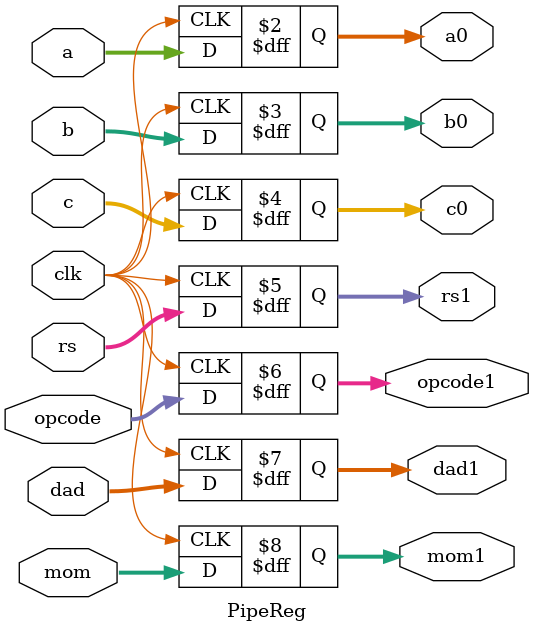
<source format=v>



module PipeReg (

	input wire [31:0] a,
	input wire [31:0] b,
	input wire [4:0] c,
	input wire clk,
	input wire [1:0] rs,
	input wire [5:0] opcode,
	input wire [4:0] dad,
	input wire [4:0] mom,
	
	
	output reg[31:0] a0,
	output reg[31:0] b0,
	output reg[4:0] c0,
	output reg[1:0] rs1,
	output reg[5:0] opcode1,
	output reg[4:0] dad1,
	output reg[4:0] mom1);
	
	
	
	always @(posedge clk) begin
	
		a0 = a;
		b0 = b;
		c0 = c;
		rs1 = rs;
		opcode1 = opcode;
		dad1 = dad;
		mom1 = mom;
		
	end
	
endmodule 
		
</source>
